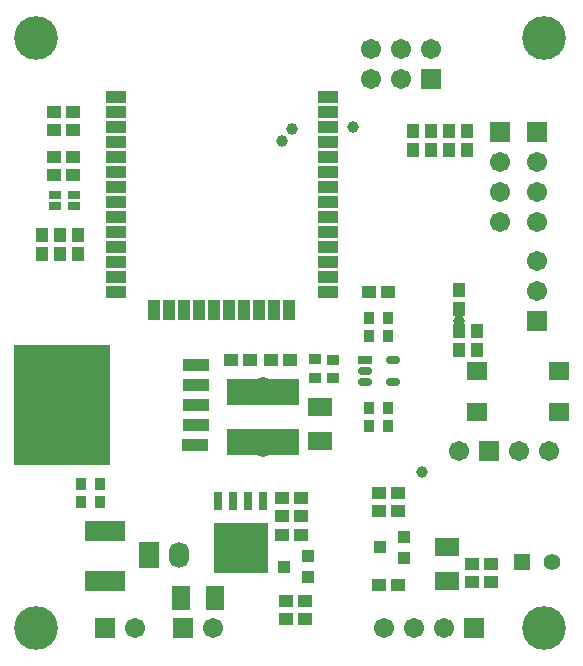
<source format=gts>
G04*
G04 #@! TF.GenerationSoftware,Altium Limited,Altium Designer,23.3.1 (30)*
G04*
G04 Layer_Color=8388736*
%FSLAX44Y44*%
%MOMM*%
G71*
G04*
G04 #@! TF.SameCoordinates,39CBC296-F970-41FA-A2E7-6093A4F5A77D*
G04*
G04*
G04 #@! TF.FilePolarity,Negative*
G04*
G01*
G75*
%ADD36R,1.1032X1.1682*%
%ADD37R,1.7532X1.5032*%
%ADD38R,1.0032X0.7532*%
%ADD39R,1.1682X1.1032*%
%ADD40R,0.9032X1.1032*%
%ADD41R,1.2032X0.7032*%
%ADD42O,1.2032X0.7032*%
%ADD43R,1.1032X0.9032*%
%ADD44R,1.5432X2.0032*%
%ADD45R,3.4032X1.7032*%
%ADD46R,2.0032X1.5432*%
%ADD47R,1.1032X1.0032*%
%ADD48R,1.7032X1.1032*%
%ADD49R,1.1032X1.7032*%
%ADD50R,4.6132X4.3032*%
%ADD51R,0.8032X1.5032*%
%ADD52R,6.2032X2.2032*%
%ADD53R,2.2032X1.1032*%
%ADD54R,8.2032X10.2032*%
%ADD55C,1.7032*%
%ADD56R,1.7032X1.7032*%
%ADD57C,3.7032*%
%ADD58C,1.4032*%
%ADD59R,1.4032X1.4032*%
%ADD60C,1.7272*%
%ADD61R,1.7032X1.7032*%
%ADD62R,1.7032X2.2032*%
%ADD63O,1.7032X2.2032*%
%ADD64C,1.0032*%
D36*
X158750Y11810D02*
D03*
Y-4190D02*
D03*
X-179070Y77090D02*
D03*
Y93090D02*
D03*
X-194310Y77090D02*
D03*
Y93090D02*
D03*
X-209550Y77090D02*
D03*
Y93090D02*
D03*
X143510Y46100D02*
D03*
Y30100D02*
D03*
Y11810D02*
D03*
Y-4190D02*
D03*
X149860Y164720D02*
D03*
Y180720D02*
D03*
X134620D02*
D03*
Y164720D02*
D03*
X119380Y180720D02*
D03*
Y164720D02*
D03*
X104140D02*
D03*
Y180720D02*
D03*
D37*
X158290Y-56870D02*
D03*
X227790Y-21870D02*
D03*
Y-56870D02*
D03*
X158290Y-21870D02*
D03*
D38*
X-182500Y117420D02*
D03*
Y126420D02*
D03*
X-198500D02*
D03*
Y117420D02*
D03*
D39*
X-199770Y143510D02*
D03*
X-183770D02*
D03*
X82930Y44450D02*
D03*
X66930D02*
D03*
X380Y-12700D02*
D03*
X-15620D02*
D03*
X-33910D02*
D03*
X-49910D02*
D03*
X9270Y-129540D02*
D03*
X-6730D02*
D03*
Y-144780D02*
D03*
X9270D02*
D03*
X-6730Y-160750D02*
D03*
X9270D02*
D03*
X-2920Y-217170D02*
D03*
X13080D02*
D03*
X-2920Y-232410D02*
D03*
X13080D02*
D03*
X-183770Y196850D02*
D03*
X-199770D02*
D03*
X-183770Y181610D02*
D03*
X-199770D02*
D03*
X-183770Y158750D02*
D03*
X-199770D02*
D03*
X75820Y-203200D02*
D03*
X91820D02*
D03*
Y-140970D02*
D03*
X75820D02*
D03*
X91820Y-125730D02*
D03*
X75820D02*
D03*
X154560Y-185420D02*
D03*
X170560D02*
D03*
X154560Y-200660D02*
D03*
X170560D02*
D03*
D40*
X82830Y22860D02*
D03*
X67030D02*
D03*
X82830Y7620D02*
D03*
X67030D02*
D03*
X82830Y-53340D02*
D03*
X67030D02*
D03*
X82830Y-68580D02*
D03*
X67030D02*
D03*
X-161010Y-118110D02*
D03*
X-176810D02*
D03*
X-161010Y-133350D02*
D03*
X-176810D02*
D03*
D41*
X64130Y-12700D02*
D03*
D42*
Y-22200D02*
D03*
Y-31700D02*
D03*
X87630Y-12700D02*
D03*
Y-31700D02*
D03*
D43*
X36830Y-12700D02*
D03*
Y-28500D02*
D03*
X21590Y-12420D02*
D03*
Y-28220D02*
D03*
D44*
X-63170Y-214630D02*
D03*
X-91770D02*
D03*
D45*
X-156210Y-158070D02*
D03*
Y-200070D02*
D03*
D46*
X25400Y-53010D02*
D03*
Y-81610D02*
D03*
X133350Y-171120D02*
D03*
Y-199720D02*
D03*
D47*
X15080Y-196960D02*
D03*
Y-178960D02*
D03*
X-4920Y-187960D02*
D03*
X76520Y-171560D02*
D03*
X96520Y-162560D02*
D03*
Y-180560D02*
D03*
D48*
X32580Y209550D02*
D03*
Y196850D02*
D03*
Y184150D02*
D03*
Y171450D02*
D03*
Y158750D02*
D03*
Y146050D02*
D03*
Y133350D02*
D03*
Y120650D02*
D03*
Y107950D02*
D03*
Y95250D02*
D03*
Y82550D02*
D03*
Y69850D02*
D03*
Y57150D02*
D03*
Y44450D02*
D03*
D03*
X-147320D02*
D03*
Y209550D02*
D03*
D03*
Y57150D02*
D03*
Y69850D02*
D03*
Y82550D02*
D03*
Y95250D02*
D03*
Y107950D02*
D03*
Y120650D02*
D03*
Y133350D02*
D03*
Y146050D02*
D03*
Y158750D02*
D03*
Y171450D02*
D03*
Y184150D02*
D03*
Y196850D02*
D03*
D49*
X-220Y29450D02*
D03*
X-12920D02*
D03*
X-25620D02*
D03*
X-38320D02*
D03*
X-51020D02*
D03*
X-63720D02*
D03*
X-76420D02*
D03*
X-89120D02*
D03*
X-101820D02*
D03*
X-114520D02*
D03*
D03*
D50*
X-41402Y-171704D02*
D03*
D51*
X-22352Y-131826D02*
D03*
X-35052D02*
D03*
X-47752D02*
D03*
X-60452D02*
D03*
D52*
X-22860Y-81960D02*
D03*
Y-39960D02*
D03*
D53*
X-79400Y-17050D02*
D03*
Y-34050D02*
D03*
Y-51050D02*
D03*
Y-68050D02*
D03*
X-79900Y-84800D02*
D03*
D54*
X-192400Y-50800D02*
D03*
D55*
X68580Y250190D02*
D03*
Y224790D02*
D03*
X93980Y250190D02*
D03*
Y224790D02*
D03*
X119380Y250190D02*
D03*
X219710Y-90170D02*
D03*
X194310D02*
D03*
X143510D02*
D03*
X209550Y71120D02*
D03*
Y45720D02*
D03*
X-64770Y-240030D02*
D03*
X-130810D02*
D03*
X130810D02*
D03*
X105410D02*
D03*
X80010D02*
D03*
X209550Y154940D02*
D03*
Y129540D02*
D03*
Y104140D02*
D03*
X177800Y154940D02*
D03*
Y129540D02*
D03*
Y104140D02*
D03*
D56*
X119380Y224790D02*
D03*
X168910Y-90170D02*
D03*
X-90170Y-240030D02*
D03*
X-156210D02*
D03*
X156210D02*
D03*
D57*
X-215000Y260000D02*
D03*
Y-240000D02*
D03*
X215000D02*
D03*
Y260000D02*
D03*
D58*
X222250Y-184150D02*
D03*
D59*
X196850D02*
D03*
D60*
X-22860Y-86360D02*
D03*
Y-35560D02*
D03*
D61*
X209550Y20320D02*
D03*
Y180340D02*
D03*
X177800D02*
D03*
D62*
X-119380Y-177800D02*
D03*
D63*
X-93980D02*
D03*
D64*
X53340Y184150D02*
D03*
X143510Y20320D02*
D03*
X2136Y182880D02*
D03*
X-6350Y172720D02*
D03*
X111760Y-107950D02*
D03*
M02*

</source>
